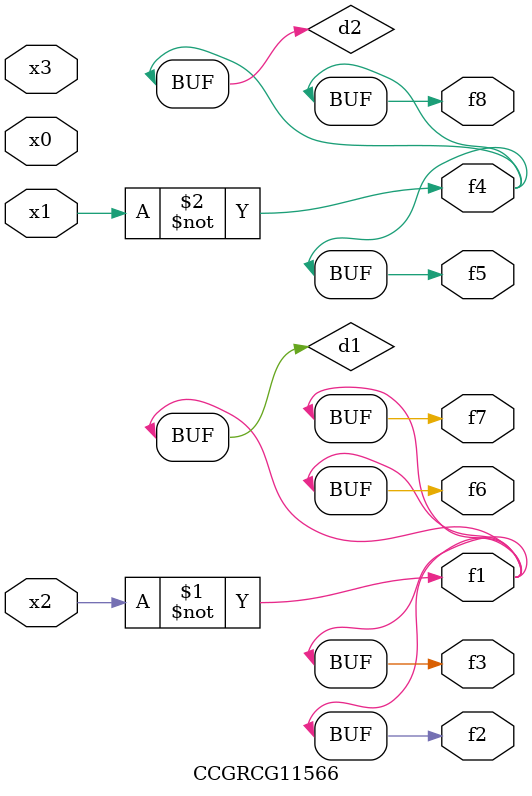
<source format=v>
module CCGRCG11566(
	input x0, x1, x2, x3,
	output f1, f2, f3, f4, f5, f6, f7, f8
);

	wire d1, d2;

	xnor (d1, x2);
	not (d2, x1);
	assign f1 = d1;
	assign f2 = d1;
	assign f3 = d1;
	assign f4 = d2;
	assign f5 = d2;
	assign f6 = d1;
	assign f7 = d1;
	assign f8 = d2;
endmodule

</source>
